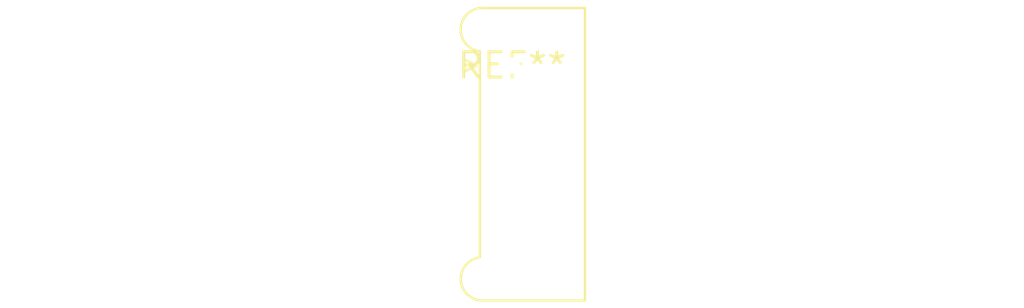
<source format=kicad_pcb>
(kicad_pcb (version 20240108) (generator pcbnew)
  (layers (0 "F.Cu" signal) (31 "B.Cu" signal) (34 "B.Paste" user) (35 "F.Paste" user) (36 "B.SilkS" user "B.Silkscreen") (37 "F.SilkS" user "F.Silkscreen") (38 "B.Mask" user) (39 "F.Mask" user) (44 "Edge.Cuts" user))
  (net 0 "")
  (footprint "Molex_Picoflex_90325-0008_2x04_P1.27mm_Vertical" (layer "F.Cu") (at 0 0)
    (property "Reference" "REF**")
    (property "Value" "Molex_Picoflex_90325-0008_2x04_P1.27mm_Vertical")
    (fp_line (start -2.38 -0.3) (end -2.38 0.3) (layer "F.SilkS") (stroke (width 0.12)))
    (fp_line (start -2.38 0.3) (end -1.78 0) (layer "F.SilkS") (stroke (width 0.12)))
    (fp_line (start -1.78 0) (end -2.38 -0.3) (layer "F.SilkS") (stroke (width 0.12)))
    (fp_line (start -1.61 -0.715) (end -1.61 9.605) (layer "F.SilkS") (stroke (width 0.12)))
    (fp_line (start -1.48 -2.885) (end 3.65 -2.885) (layer "F.SilkS") (stroke (width 0.12)))
    (fp_line (start 3.65 -2.885) (end 3.65 11.775) (layer "F.SilkS") (stroke (width 0.12)))
    (fp_line (start 3.65 11.775) (end -1.48 11.775) (layer "F.SilkS") (stroke (width 0.12)))
    (fp_arc (start -1.61 -0.72) (mid -2.56 -1.93) (end -1.35 -2.88) (layer "F.SilkS") (stroke (width 0.12)))
    (fp_arc (start -1.47 11.775) (mid -2.56 10.794526) (end -1.678256 9.62322) (layer "F.SilkS") (stroke (width 0.12)))
    (pad "" np_thru_hole circle (at -1.48 -1.8) (size 1.5 1.5) (drill 1.5) (layers *.Cu *.Mask))
    (pad "" np_thru_hole circle (at -1.48 10.69) (size 1.5 1.5) (drill 1.5) (layers *.Cu *.Mask))
    (pad "1" thru_hole roundrect (at 0 0) (size 1.8 1.3) (drill 0.8) (layers *.Cu *.Mask) (remove_unused_layers) (roundrect_rratio 0.192308))
    (pad "2" thru_hole oval (at 2.54 1.27) (size 1.8 1.3) (drill 0.8) (layers *.Cu *.Mask) (remove_unused_layers))
    (pad "3" thru_hole oval (at 0 2.54) (size 1.8 1.3) (drill 0.8) (layers *.Cu *.Mask) (remove_unused_layers))
    (pad "4" thru_hole oval (at 2.54 3.81) (size 1.8 1.3) (drill 0.8) (layers *.Cu *.Mask) (remove_unused_layers))
    (pad "5" thru_hole oval (at 0 5.08) (size 1.8 1.3) (drill 0.8) (layers *.Cu *.Mask) (remove_unused_layers))
    (pad "6" thru_hole oval (at 2.54 6.35) (size 1.8 1.3) (drill 0.8) (layers *.Cu *.Mask) (remove_unused_layers))
    (pad "7" thru_hole oval (at 0 7.62) (size 1.8 1.3) (drill 0.8) (layers *.Cu *.Mask) (remove_unused_layers))
    (pad "8" thru_hole oval (at 2.54 8.89) (size 1.8 1.3) (drill 0.8) (layers *.Cu *.Mask) (remove_unused_layers))
  )
)
</source>
